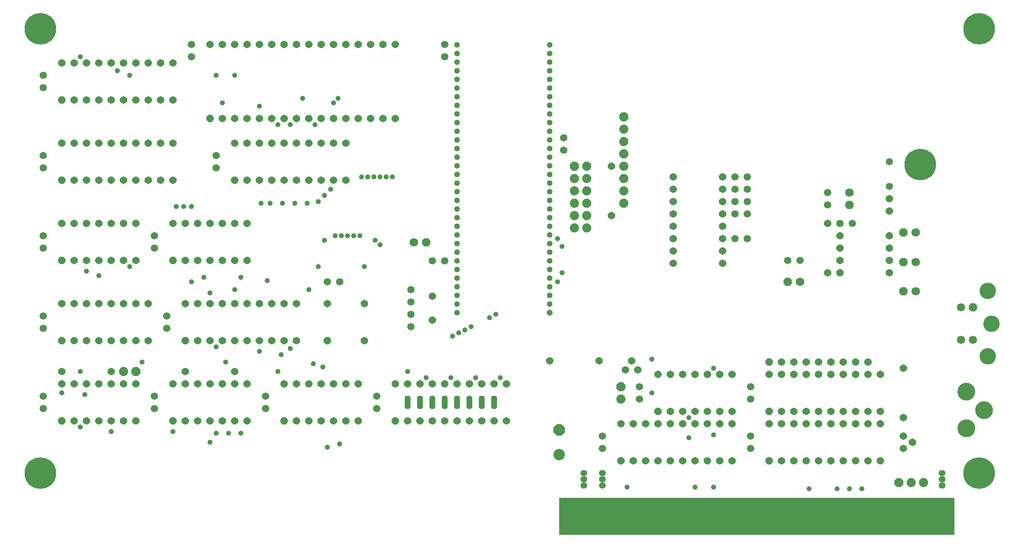
<source format=gbs>
G75*
G70*
%OFA0B0*%
%FSLAX24Y24*%
%IPPOS*%
%LPD*%
%AMOC8*
5,1,8,0,0,1.08239X$1,22.5*
%
%ADD10C,0.0320*%
%ADD11R,3.2000X0.3000*%
%ADD12OC8,0.0468*%
%ADD13C,0.0468*%
%ADD14C,0.0595*%
%ADD15C,0.0690*%
%ADD16OC8,0.0690*%
%ADD17C,0.0604*%
%ADD18OC8,0.0604*%
%ADD19OC8,0.0740*%
%ADD20C,0.0740*%
%ADD21C,0.1326*%
%ADD22C,0.0662*%
%ADD23OC8,0.0662*%
%ADD24C,0.1444*%
%ADD25OC8,0.0920*%
%ADD26C,0.0920*%
%ADD27C,0.2560*%
%ADD28C,0.0535*%
%ADD29C,0.0580*%
%ADD30C,0.0417*%
D10*
X031868Y010475D02*
X031993Y010475D01*
X031993Y011225D01*
X031868Y011225D01*
X031868Y010475D01*
X031993Y010475D01*
X031993Y011225D01*
X031868Y011225D01*
X031868Y010475D01*
X031868Y010744D02*
X031993Y010744D01*
X031868Y010744D01*
X031868Y011063D02*
X031993Y011063D01*
X031868Y011063D01*
X032868Y011063D02*
X032993Y011063D01*
X032993Y011225D02*
X032993Y010475D01*
X032868Y010475D01*
X032868Y011225D01*
X032993Y011225D01*
X032993Y010744D02*
X032868Y010744D01*
X033868Y010744D02*
X033993Y010744D01*
X033993Y010475D02*
X033868Y010475D01*
X033868Y011225D01*
X033993Y011225D01*
X033993Y010475D01*
X033993Y011063D02*
X033868Y011063D01*
X034868Y011063D02*
X034993Y011063D01*
X034993Y011225D02*
X034993Y010475D01*
X034868Y010475D01*
X034868Y011225D01*
X034993Y011225D01*
X034993Y010744D02*
X034868Y010744D01*
X035868Y010744D02*
X035993Y010744D01*
X035993Y010475D02*
X035868Y010475D01*
X035868Y011225D01*
X035993Y011225D01*
X035993Y010475D01*
X035993Y011063D02*
X035868Y011063D01*
X036868Y011063D02*
X036993Y011063D01*
X036993Y011225D02*
X036993Y010475D01*
X036868Y010475D01*
X036868Y011225D01*
X036993Y011225D01*
X036993Y010744D02*
X036868Y010744D01*
X037868Y010744D02*
X037993Y010744D01*
X037993Y010475D02*
X037868Y010475D01*
X037868Y011225D01*
X037993Y011225D01*
X037993Y010475D01*
X037993Y011063D02*
X037868Y011063D01*
X038868Y011063D02*
X038993Y011063D01*
X038993Y011225D02*
X038993Y010475D01*
X038868Y010475D01*
X038868Y011225D01*
X038993Y011225D01*
X038993Y010744D02*
X038868Y010744D01*
D11*
X060180Y001600D03*
D12*
X043430Y018125D03*
D13*
X043430Y018825D03*
X043430Y019525D03*
X043430Y020225D03*
X043430Y020925D03*
X043430Y021625D03*
X043430Y022325D03*
X043430Y023025D03*
X043430Y023725D03*
X043430Y024425D03*
X043430Y025125D03*
X043430Y025825D03*
X043430Y026525D03*
X043430Y027225D03*
X043430Y027925D03*
X043430Y028625D03*
X043430Y029325D03*
X043430Y030025D03*
X043430Y030725D03*
X043430Y031425D03*
X043430Y032125D03*
X043430Y032825D03*
X043430Y033525D03*
X043430Y034225D03*
X043430Y034925D03*
X043430Y035625D03*
X043430Y036325D03*
X043430Y037025D03*
X043430Y037725D03*
X043430Y038425D03*
X043430Y039125D03*
X043430Y039825D03*
X035930Y039825D03*
X035930Y039125D03*
X035930Y038425D03*
X035930Y037725D03*
X035930Y037025D03*
X035930Y036325D03*
X035930Y035625D03*
X035930Y034925D03*
X035930Y034225D03*
X035930Y033525D03*
X035930Y032825D03*
X035930Y032125D03*
X035930Y031425D03*
X035930Y030725D03*
X035930Y030025D03*
X035930Y029325D03*
X035930Y028625D03*
X035930Y027925D03*
X035930Y027225D03*
X035930Y026525D03*
X035930Y025825D03*
X035930Y025125D03*
X035930Y024425D03*
X035930Y023725D03*
X035930Y023025D03*
X035930Y022325D03*
X035930Y021625D03*
X035930Y020925D03*
X035930Y020225D03*
X035930Y019525D03*
X035930Y018825D03*
X035930Y018125D03*
D14*
X032180Y017975D03*
X032180Y016975D03*
X032180Y018975D03*
X032180Y019975D03*
X033930Y022325D03*
X034930Y022325D03*
X026430Y020600D03*
X025430Y020600D03*
X012430Y017850D03*
X012430Y016850D03*
X011430Y011350D03*
X011430Y010350D03*
X002430Y010350D03*
X002430Y011350D03*
X002430Y016850D03*
X002430Y017850D03*
X002430Y023350D03*
X002430Y024350D03*
X011430Y024350D03*
X011430Y023350D03*
X016430Y029850D03*
X016430Y030850D03*
X002430Y030850D03*
X002430Y029850D03*
X002430Y036350D03*
X002430Y037350D03*
X014430Y038850D03*
X014430Y039850D03*
X034930Y039850D03*
X034930Y038850D03*
X044555Y032275D03*
X044555Y031275D03*
X058430Y029100D03*
X059430Y029100D03*
X059430Y028100D03*
X058430Y028100D03*
X058430Y027100D03*
X059430Y027100D03*
X059430Y026100D03*
X058430Y026100D03*
X058430Y024100D03*
X059430Y024100D03*
X062680Y022350D03*
X063680Y022350D03*
X066930Y025350D03*
X067930Y025350D03*
X065930Y026850D03*
X065930Y027850D03*
X059680Y012100D03*
X059680Y011100D03*
X059680Y008100D03*
X059680Y007100D03*
X050680Y011100D03*
X050680Y012100D03*
X047680Y008100D03*
X047680Y007100D03*
X029430Y010350D03*
X029430Y011350D03*
X020430Y011350D03*
X020430Y010350D03*
D15*
X032430Y023825D03*
X063680Y020600D03*
X073055Y019850D03*
X073055Y022225D03*
X073055Y024600D03*
X067680Y027850D03*
D16*
X067680Y026850D03*
X072055Y024600D03*
X072055Y022225D03*
X072055Y019850D03*
X062680Y020600D03*
X033430Y023825D03*
D17*
X033930Y019436D03*
X033930Y017514D03*
X028430Y018850D03*
X025430Y018850D03*
X022930Y018850D03*
X021930Y018850D03*
X020930Y018850D03*
X019930Y018850D03*
X018930Y018850D03*
X017930Y018850D03*
X016930Y018850D03*
X015930Y018850D03*
X014930Y018850D03*
X013930Y018850D03*
X010930Y018850D03*
X009930Y018850D03*
X008930Y018850D03*
X007930Y018850D03*
X006930Y018850D03*
X005930Y018850D03*
X004930Y018850D03*
X003930Y018850D03*
X004930Y015850D03*
X005930Y015850D03*
X006930Y015850D03*
X007930Y015850D03*
X008930Y015850D03*
X009930Y015850D03*
X010930Y015850D03*
X014930Y015850D03*
X015930Y015850D03*
X016930Y015850D03*
X017930Y015850D03*
X018930Y015850D03*
X019930Y015850D03*
X020930Y015850D03*
X021930Y015850D03*
X022930Y015850D03*
X017930Y013350D03*
X017930Y012350D03*
X016930Y012350D03*
X015930Y012350D03*
X014930Y012350D03*
X013930Y012350D03*
X012930Y012350D03*
X013930Y013350D03*
X009930Y012350D03*
X008930Y012350D03*
X007930Y012350D03*
X006930Y012350D03*
X005930Y012350D03*
X004930Y012350D03*
X003930Y012350D03*
X003930Y013350D03*
X007930Y013350D03*
X007930Y009350D03*
X006930Y009350D03*
X005930Y009350D03*
X004930Y009350D03*
X008930Y009350D03*
X009930Y009350D03*
X013930Y009350D03*
X014930Y009350D03*
X015930Y009350D03*
X016930Y009350D03*
X017930Y009350D03*
X018930Y009350D03*
X022930Y009350D03*
X023930Y009350D03*
X024930Y009350D03*
X025930Y009350D03*
X026930Y009350D03*
X027930Y009350D03*
X031930Y009350D03*
X032930Y009350D03*
X033930Y009350D03*
X034930Y009350D03*
X035930Y009350D03*
X036930Y009350D03*
X037930Y009350D03*
X038930Y009350D03*
X039930Y009350D03*
X039930Y012350D03*
X038930Y012350D03*
X037930Y012350D03*
X036930Y012350D03*
X035930Y012350D03*
X034930Y012350D03*
X033930Y012350D03*
X032930Y012350D03*
X031930Y012350D03*
X030930Y012350D03*
X027930Y012350D03*
X026930Y012350D03*
X025930Y012350D03*
X024930Y012350D03*
X023930Y012350D03*
X022930Y012350D03*
X021930Y012350D03*
X018930Y012350D03*
X028430Y015850D03*
X018930Y022350D03*
X017930Y022350D03*
X016930Y022350D03*
X015930Y022350D03*
X014930Y022350D03*
X013930Y022350D03*
X009930Y022350D03*
X008930Y022350D03*
X007930Y022350D03*
X006930Y022350D03*
X005930Y022350D03*
X004930Y022350D03*
X004930Y025350D03*
X003930Y025350D03*
X005930Y025350D03*
X006930Y025350D03*
X007930Y025350D03*
X008930Y025350D03*
X009930Y025350D03*
X012930Y025350D03*
X013930Y025350D03*
X014930Y025350D03*
X015930Y025350D03*
X016930Y025350D03*
X017930Y025350D03*
X018930Y025350D03*
X018930Y028850D03*
X019930Y028850D03*
X020930Y028850D03*
X021930Y028850D03*
X022930Y028850D03*
X023930Y028850D03*
X024930Y028850D03*
X025930Y028850D03*
X026930Y028850D03*
X026930Y031850D03*
X025930Y031850D03*
X024930Y031850D03*
X023930Y031850D03*
X022930Y031850D03*
X021930Y031850D03*
X020930Y031850D03*
X019930Y031850D03*
X018930Y031850D03*
X017930Y031850D03*
X017930Y033850D03*
X016930Y033850D03*
X018930Y033850D03*
X019930Y033850D03*
X020930Y033850D03*
X021930Y033850D03*
X022930Y033850D03*
X023930Y033850D03*
X024930Y033850D03*
X025930Y033850D03*
X026930Y033850D03*
X027930Y033850D03*
X028930Y033850D03*
X029930Y033850D03*
X030930Y033850D03*
X030930Y039850D03*
X029930Y039850D03*
X028930Y039850D03*
X027930Y039850D03*
X026930Y039850D03*
X025930Y039850D03*
X024930Y039850D03*
X023930Y039850D03*
X022930Y039850D03*
X021930Y039850D03*
X020930Y039850D03*
X019930Y039850D03*
X018930Y039850D03*
X017930Y039850D03*
X016930Y039850D03*
X015930Y039850D03*
X012930Y038350D03*
X011930Y038350D03*
X010930Y038350D03*
X009930Y038350D03*
X008930Y038350D03*
X007930Y038350D03*
X006930Y038350D03*
X005930Y038350D03*
X004930Y038350D03*
X003930Y038350D03*
X004930Y035350D03*
X005930Y035350D03*
X006930Y035350D03*
X007930Y035350D03*
X008930Y035350D03*
X009930Y035350D03*
X010930Y035350D03*
X011930Y035350D03*
X012930Y035350D03*
X012930Y031850D03*
X011930Y031850D03*
X010930Y031850D03*
X009930Y031850D03*
X008930Y031850D03*
X007930Y031850D03*
X006930Y031850D03*
X005930Y031850D03*
X004930Y031850D03*
X003930Y031850D03*
X004930Y028850D03*
X005930Y028850D03*
X006930Y028850D03*
X007930Y028850D03*
X008930Y028850D03*
X009930Y028850D03*
X010930Y028850D03*
X011930Y028850D03*
X012930Y028850D03*
X043430Y014225D03*
X047430Y014225D03*
X049555Y013475D03*
X050055Y014225D03*
X050555Y013475D03*
X052180Y013100D03*
X053180Y013100D03*
X054180Y013100D03*
X055180Y013100D03*
X056180Y013100D03*
X057180Y013100D03*
X058180Y013100D03*
X061180Y013100D03*
X062180Y013100D03*
X063180Y013100D03*
X064180Y013100D03*
X065180Y013100D03*
X066180Y013100D03*
X066180Y014100D03*
X065180Y014100D03*
X064180Y014100D03*
X063180Y014100D03*
X062180Y014100D03*
X067180Y014100D03*
X068180Y014100D03*
X069180Y014100D03*
X069180Y013100D03*
X068180Y013100D03*
X067180Y013100D03*
X070180Y013100D03*
X072055Y013600D03*
X070180Y010100D03*
X069180Y010100D03*
X068180Y010100D03*
X067180Y010100D03*
X066180Y010100D03*
X065180Y010100D03*
X064180Y010100D03*
X063180Y010100D03*
X062180Y010100D03*
X062180Y009100D03*
X061180Y009100D03*
X063180Y009100D03*
X064180Y009100D03*
X065180Y009100D03*
X066180Y009100D03*
X067180Y009100D03*
X068180Y009100D03*
X069180Y009100D03*
X070180Y009100D03*
X072055Y009600D03*
X072055Y008100D03*
X072805Y007600D03*
X072055Y007100D03*
X070180Y006100D03*
X069180Y006100D03*
X068180Y006100D03*
X067180Y006100D03*
X066180Y006100D03*
X065180Y006100D03*
X064180Y006100D03*
X063180Y006100D03*
X062180Y006100D03*
X058180Y006100D03*
X057180Y006100D03*
X056180Y006100D03*
X055180Y006100D03*
X054180Y006100D03*
X053180Y006100D03*
X052180Y006100D03*
X051180Y006100D03*
X050180Y006100D03*
X050180Y009100D03*
X049180Y009100D03*
X051180Y009100D03*
X052180Y009100D03*
X053180Y009100D03*
X054180Y009100D03*
X055180Y009100D03*
X056180Y009100D03*
X057180Y009100D03*
X058180Y009100D03*
X058180Y010100D03*
X057180Y010100D03*
X056180Y010100D03*
X055180Y010100D03*
X054180Y010100D03*
X053180Y010100D03*
X065930Y021350D03*
X066930Y021350D03*
X066930Y022350D03*
X066930Y023350D03*
X066930Y024350D03*
X065930Y025350D03*
X070930Y024350D03*
X070930Y023350D03*
X070930Y022350D03*
X070930Y021350D03*
X070930Y026350D03*
X070930Y027350D03*
X057430Y027100D03*
X057430Y026100D03*
X057430Y025100D03*
X057430Y024100D03*
X057430Y023100D03*
X057430Y022100D03*
X053430Y022100D03*
X053430Y023100D03*
X053430Y024100D03*
X053430Y025100D03*
X053430Y026100D03*
X053430Y027100D03*
X053430Y028100D03*
X053430Y029100D03*
X057430Y029100D03*
X057430Y028100D03*
X048430Y029975D03*
X048430Y025975D03*
D18*
X025430Y015850D03*
X013930Y015850D03*
X003930Y015850D03*
X003930Y009350D03*
X012930Y009350D03*
X021930Y009350D03*
X030930Y009350D03*
X049180Y006100D03*
X052180Y010100D03*
X061180Y010100D03*
X061180Y006100D03*
X061180Y014100D03*
X017930Y028850D03*
X015930Y033850D03*
X003930Y035350D03*
X003930Y028850D03*
X003930Y022350D03*
X012930Y022350D03*
D19*
X009930Y013350D03*
X045430Y029975D03*
X049430Y030975D03*
X049430Y033975D03*
X049180Y012100D03*
X071680Y004350D03*
D20*
X072680Y004350D03*
X073680Y004350D03*
X049180Y011100D03*
X046430Y024975D03*
X045430Y024975D03*
X045430Y025975D03*
X046430Y025975D03*
X046430Y026975D03*
X045430Y026975D03*
X045430Y027975D03*
X046430Y027975D03*
X046430Y028975D03*
X045430Y028975D03*
X046430Y029975D03*
X049430Y029975D03*
X049430Y028975D03*
X049430Y027975D03*
X049430Y026975D03*
X049430Y031975D03*
X049430Y032975D03*
X008930Y013350D03*
D21*
X078886Y014564D03*
X079205Y017225D03*
X078886Y019886D03*
D22*
X076724Y018544D03*
X076724Y015906D03*
X077705Y015906D03*
D23*
X077705Y018544D03*
D24*
X077149Y011701D03*
X078605Y010225D03*
X077149Y008749D03*
D25*
X044180Y008600D03*
D26*
X044180Y006600D03*
D27*
X002180Y005100D03*
X073430Y030100D03*
X078180Y041100D03*
X078180Y005100D03*
X002180Y041100D03*
D28*
X046180Y005100D03*
X046180Y004600D03*
X046180Y004100D03*
X047680Y004100D03*
X047680Y004600D03*
X047680Y005100D03*
X075180Y005100D03*
X075180Y004600D03*
X075180Y004100D03*
D29*
X070930Y028350D03*
X070930Y030350D03*
D30*
X044430Y023475D03*
X044055Y024100D03*
X044430Y021350D03*
X044055Y020600D03*
X039055Y017975D03*
X038555Y017725D03*
X037055Y016975D03*
X036555Y016725D03*
X036055Y016475D03*
X035555Y016225D03*
X031930Y013350D03*
X033430Y012850D03*
X035430Y012850D03*
X037430Y012850D03*
X039430Y012850D03*
X051680Y011600D03*
X054680Y009600D03*
X054680Y007975D03*
X056680Y008225D03*
X056680Y003975D03*
X055180Y003975D03*
X049680Y003975D03*
X064430Y003850D03*
X066680Y003850D03*
X067680Y003850D03*
X068680Y003850D03*
X056680Y013600D03*
X051680Y014350D03*
X029680Y023600D03*
X029305Y023975D03*
X028055Y024350D03*
X027555Y024350D03*
X027055Y024350D03*
X026555Y024350D03*
X026055Y024350D03*
X025180Y023975D03*
X024680Y021850D03*
X020555Y020725D03*
X018430Y020975D03*
X017930Y019975D03*
X015930Y019725D03*
X014430Y020600D03*
X015430Y020975D03*
X009430Y021850D03*
X006930Y021100D03*
X005930Y021475D03*
X013180Y026725D03*
X013805Y026725D03*
X014430Y026725D03*
X020055Y026975D03*
X020805Y026975D03*
X021805Y026975D03*
X022805Y026975D03*
X023805Y026975D03*
X024680Y027100D03*
X025180Y027600D03*
X025680Y028100D03*
X028180Y029100D03*
X028680Y029100D03*
X029180Y029100D03*
X029680Y029100D03*
X030180Y029100D03*
X030680Y029100D03*
X024430Y033350D03*
X022430Y033350D03*
X021430Y033350D03*
X019930Y034850D03*
X016930Y035100D03*
X016430Y037350D03*
X017930Y037350D03*
X023430Y035475D03*
X025930Y035100D03*
X026305Y035475D03*
X009430Y037350D03*
X008430Y037725D03*
X005430Y038850D03*
X028430Y021850D03*
X023930Y019975D03*
X022430Y015225D03*
X021680Y014725D03*
X019930Y014975D03*
X017180Y014100D03*
X016430Y015350D03*
X021430Y013350D03*
X024305Y013975D03*
X025055Y013725D03*
X018430Y008350D03*
X017430Y008350D03*
X016430Y008350D03*
X015930Y007600D03*
X012930Y008475D03*
X007930Y008475D03*
X005430Y008850D03*
X005805Y011475D03*
X003930Y011600D03*
X005430Y013350D03*
X010430Y014100D03*
X025430Y007225D03*
X026430Y007475D03*
M02*

</source>
